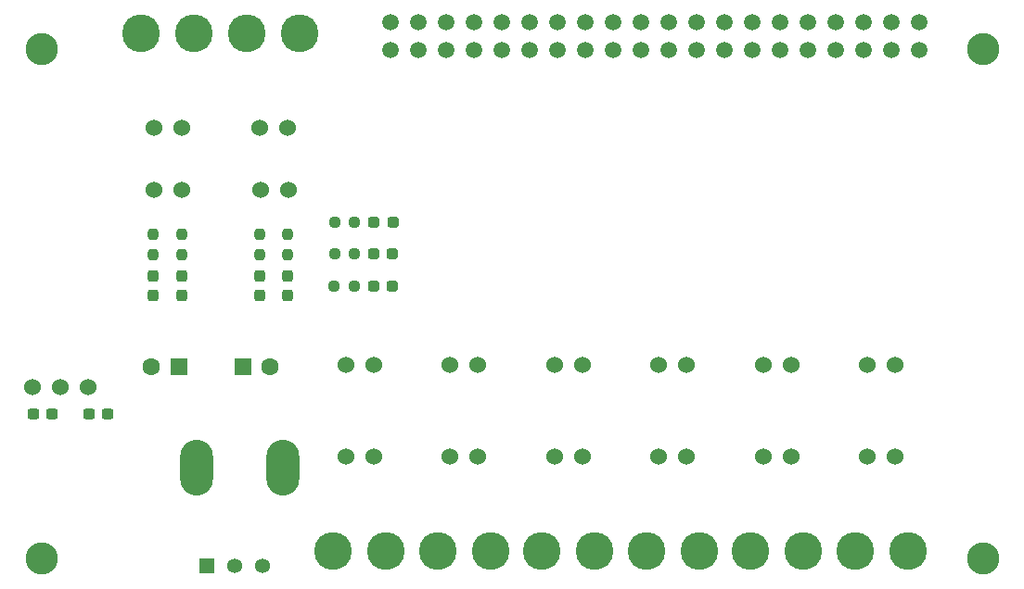
<source format=gts>
G04 #@! TF.GenerationSoftware,KiCad,Pcbnew,(6.0.7)*
G04 #@! TF.CreationDate,2023-03-20T22:05:17-05:00*
G04 #@! TF.ProjectId,EquipmentServicingPanel_Hardware_2023_Rev1,45717569-706d-4656-9e74-536572766963,rev?*
G04 #@! TF.SameCoordinates,Original*
G04 #@! TF.FileFunction,Soldermask,Top*
G04 #@! TF.FilePolarity,Negative*
%FSLAX46Y46*%
G04 Gerber Fmt 4.6, Leading zero omitted, Abs format (unit mm)*
G04 Created by KiCad (PCBNEW (6.0.7)) date 2023-03-20 22:05:17*
%MOMM*%
%LPD*%
G01*
G04 APERTURE LIST*
G04 Aperture macros list*
%AMRoundRect*
0 Rectangle with rounded corners*
0 $1 Rounding radius*
0 $2 $3 $4 $5 $6 $7 $8 $9 X,Y pos of 4 corners*
0 Add a 4 corners polygon primitive as box body*
4,1,4,$2,$3,$4,$5,$6,$7,$8,$9,$2,$3,0*
0 Add four circle primitives for the rounded corners*
1,1,$1+$1,$2,$3*
1,1,$1+$1,$4,$5*
1,1,$1+$1,$6,$7*
1,1,$1+$1,$8,$9*
0 Add four rect primitives between the rounded corners*
20,1,$1+$1,$2,$3,$4,$5,0*
20,1,$1+$1,$4,$5,$6,$7,0*
20,1,$1+$1,$6,$7,$8,$9,0*
20,1,$1+$1,$8,$9,$2,$3,0*%
G04 Aperture macros list end*
%ADD10RoundRect,0.237500X-0.300000X-0.237500X0.300000X-0.237500X0.300000X0.237500X-0.300000X0.237500X0*%
%ADD11R,1.600000X1.600000*%
%ADD12C,1.600000*%
%ADD13O,3.000000X5.100000*%
%ADD14C,3.450000*%
%ADD15C,1.524000*%
%ADD16RoundRect,0.237500X0.237500X-0.287500X0.237500X0.287500X-0.237500X0.287500X-0.237500X-0.287500X0*%
%ADD17RoundRect,0.237500X0.287500X0.237500X-0.287500X0.237500X-0.287500X-0.237500X0.287500X-0.237500X0*%
%ADD18RoundRect,0.237500X-0.237500X0.250000X-0.237500X-0.250000X0.237500X-0.250000X0.237500X0.250000X0*%
%ADD19RoundRect,0.237500X-0.250000X-0.237500X0.250000X-0.237500X0.250000X0.237500X-0.250000X0.237500X0*%
%ADD20C,1.520000*%
%ADD21R,1.358000X1.358000*%
%ADD22C,1.358000*%
%ADD23C,2.946400*%
G04 APERTURE END LIST*
D10*
X94641500Y-128778000D03*
X96366500Y-128778000D03*
X89561500Y-128778000D03*
X91286500Y-128778000D03*
D11*
X102870000Y-124460000D03*
D12*
X100370000Y-124460000D03*
D11*
X108712000Y-124460000D03*
D12*
X111212000Y-124460000D03*
D13*
X112349000Y-133665000D03*
X104475000Y-133665000D03*
D14*
X155067000Y-141351000D03*
X159895000Y-141355000D03*
D15*
X158750000Y-132715000D03*
X156210000Y-132715000D03*
D14*
X164592000Y-141351000D03*
X169420000Y-141355000D03*
D15*
X168275000Y-132715000D03*
X165735000Y-132715000D03*
D14*
X116967000Y-141351000D03*
X121795000Y-141355000D03*
D15*
X120650000Y-132715000D03*
X118110000Y-132715000D03*
D14*
X140845000Y-141355000D03*
X136017000Y-141351000D03*
D15*
X139700000Y-132715000D03*
X137160000Y-132715000D03*
D14*
X150370000Y-141355000D03*
X145542000Y-141351000D03*
D15*
X149225000Y-132715000D03*
X146685000Y-132715000D03*
D14*
X131320000Y-141355000D03*
X126492000Y-141351000D03*
D15*
X130175000Y-132715000D03*
X127635000Y-132715000D03*
X120650000Y-124333000D03*
X118110000Y-124333000D03*
X130175000Y-124333000D03*
X127635000Y-124333000D03*
X139700000Y-124333000D03*
X137160000Y-124333000D03*
X149225000Y-124333000D03*
X146685000Y-124333000D03*
X158750000Y-124333000D03*
X156210000Y-124333000D03*
X168275000Y-124333000D03*
X165735000Y-124333000D03*
D14*
X104267000Y-93980000D03*
X99439000Y-93976000D03*
D15*
X100584000Y-102616000D03*
X103124000Y-102616000D03*
X100584000Y-108331000D03*
X103124000Y-108331000D03*
D14*
X113919000Y-93980000D03*
X109091000Y-93976000D03*
D15*
X110236000Y-102616000D03*
X112776000Y-102616000D03*
X110299500Y-108331000D03*
X112839500Y-108331000D03*
D16*
X110236000Y-117969000D03*
X110236000Y-116219000D03*
X112776000Y-117969000D03*
X112776000Y-116219000D03*
X103124000Y-117969000D03*
X103124000Y-116219000D03*
X100520500Y-117969000D03*
X100520500Y-116219000D03*
D17*
X122414000Y-111252000D03*
X120664000Y-111252000D03*
X122400000Y-114173000D03*
X120650000Y-114173000D03*
X122400000Y-117094000D03*
X120650000Y-117094000D03*
D18*
X110236000Y-112371500D03*
X110236000Y-114196500D03*
X112776000Y-112371500D03*
X112776000Y-114196500D03*
X103124000Y-112371500D03*
X103124000Y-114196500D03*
X100520500Y-112371500D03*
X100520500Y-114196500D03*
D19*
X117070500Y-111252000D03*
X118895500Y-111252000D03*
X117070500Y-114173000D03*
X118895500Y-114173000D03*
X117047000Y-117094000D03*
X118872000Y-117094000D03*
D20*
X122174000Y-95504000D03*
X122174000Y-92964000D03*
X124714000Y-95504000D03*
X124714000Y-92964000D03*
X127254000Y-95504000D03*
X127254000Y-92964000D03*
X129794000Y-95504000D03*
X129794000Y-92964000D03*
X132334000Y-95504000D03*
X132334000Y-92964000D03*
X134874000Y-95504000D03*
X134874000Y-92964000D03*
X137414000Y-95504000D03*
X137414000Y-92964000D03*
X139954000Y-95504000D03*
X139954000Y-92964000D03*
X142494000Y-95504000D03*
X142494000Y-92964000D03*
X145034000Y-95504000D03*
X145034000Y-92964000D03*
X147574000Y-95504000D03*
X147574000Y-92964000D03*
X150114000Y-95504000D03*
X150114000Y-92964000D03*
X152654000Y-95504000D03*
X152654000Y-92964000D03*
X155194000Y-95504000D03*
X155194000Y-92964000D03*
X157734000Y-95504000D03*
X157734000Y-92964000D03*
X160274000Y-95504000D03*
X160274000Y-92964000D03*
X162814000Y-95504000D03*
X162814000Y-92964000D03*
X165354000Y-95504000D03*
X165354000Y-92964000D03*
X167894000Y-95504000D03*
X167894000Y-92964000D03*
X170434000Y-95504000D03*
X170434000Y-92964000D03*
D15*
X94615000Y-126365000D03*
X92075000Y-126365000D03*
X89535000Y-126365000D03*
D21*
X105410000Y-142720000D03*
D22*
X107950000Y-142720000D03*
X110490000Y-142720000D03*
D23*
X176331880Y-95448120D03*
X176331880Y-142041880D03*
X90368120Y-95448120D03*
X90368120Y-142041880D03*
M02*

</source>
